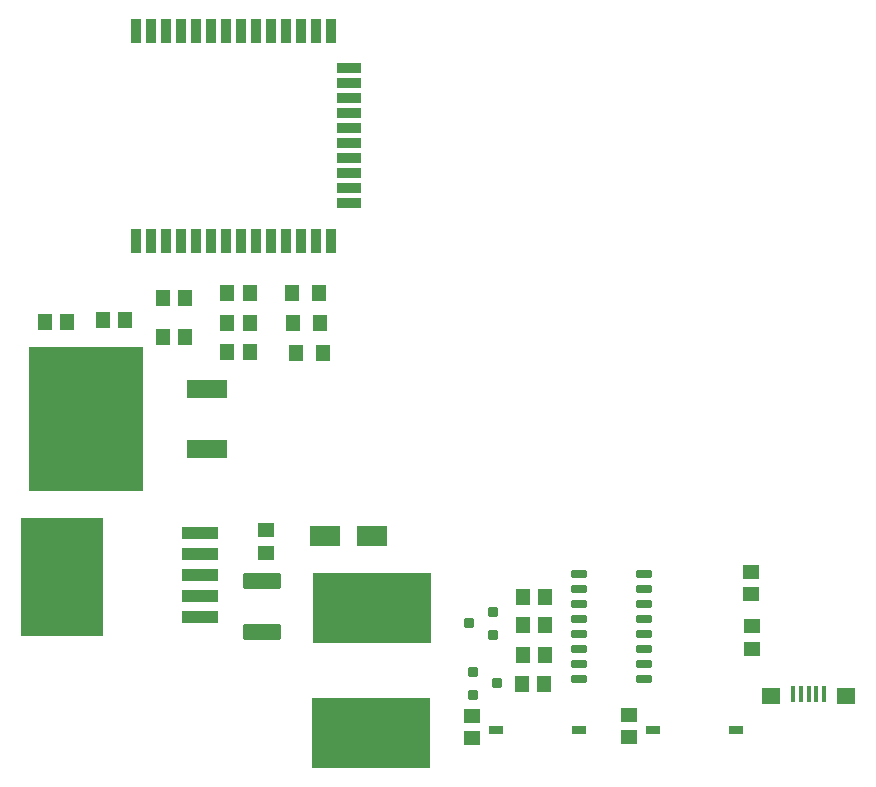
<source format=gbr>
%TF.GenerationSoftware,Altium Limited,Altium Designer,21.3.2 (30)*%
G04 Layer_Color=8421504*
%FSLAX24Y24*%
%MOIN*%
%TF.SameCoordinates,A906CF50-EBD2-4515-BF13-6977FA7C699A*%
%TF.FilePolarity,Positive*%
%TF.FileFunction,Paste,Top*%
%TF.Part,Single*%
G01*
G75*
%TA.AperFunction,SMDPad,CuDef*%
%ADD10R,0.0472X0.0551*%
G04:AMPARAMS|DCode=11|XSize=35.4mil|YSize=31.5mil|CornerRadius=3.9mil|HoleSize=0mil|Usage=FLASHONLY|Rotation=180.000|XOffset=0mil|YOffset=0mil|HoleType=Round|Shape=RoundedRectangle|*
%AMROUNDEDRECTD11*
21,1,0.0354,0.0236,0,0,180.0*
21,1,0.0276,0.0315,0,0,180.0*
1,1,0.0079,-0.0138,0.0118*
1,1,0.0079,0.0138,0.0118*
1,1,0.0079,0.0138,-0.0118*
1,1,0.0079,-0.0138,-0.0118*
%
%ADD11ROUNDEDRECTD11*%
%ADD12R,0.0472X0.0315*%
%ADD13R,0.0551X0.0472*%
G04:AMPARAMS|DCode=14|XSize=51.6mil|YSize=24.4mil|CornerRadius=3.1mil|HoleSize=0mil|Usage=FLASHONLY|Rotation=180.000|XOffset=0mil|YOffset=0mil|HoleType=Round|Shape=RoundedRectangle|*
%AMROUNDEDRECTD14*
21,1,0.0516,0.0183,0,0,180.0*
21,1,0.0455,0.0244,0,0,180.0*
1,1,0.0061,-0.0227,0.0092*
1,1,0.0061,0.0227,0.0092*
1,1,0.0061,0.0227,-0.0092*
1,1,0.0061,-0.0227,-0.0092*
%
%ADD14ROUNDEDRECTD14*%
%ADD15R,0.0500X0.0550*%
%ADD16R,0.0354X0.0787*%
%ADD17R,0.0787X0.0354*%
%ADD19R,0.0157X0.0531*%
%ADD20R,0.0630X0.0551*%
%ADD21R,0.1378X0.0630*%
%ADD22R,0.3839X0.4803*%
%TA.AperFunction,ConnectorPad*%
%ADD23R,0.1200X0.0394*%
%ADD24R,0.2756X0.3937*%
%TA.AperFunction,SMDPad,CuDef*%
%ADD25R,0.3937X0.2362*%
%ADD26R,0.0984X0.0669*%
G04:AMPARAMS|DCode=27|XSize=52.8mil|YSize=129.5mil|CornerRadius=6.6mil|HoleSize=0mil|Usage=FLASHONLY|Rotation=270.000|XOffset=0mil|YOffset=0mil|HoleType=Round|Shape=RoundedRectangle|*
%AMROUNDEDRECTD27*
21,1,0.0528,0.1163,0,0,270.0*
21,1,0.0396,0.1295,0,0,270.0*
1,1,0.0132,-0.0582,-0.0198*
1,1,0.0132,-0.0582,0.0198*
1,1,0.0132,0.0582,0.0198*
1,1,0.0132,0.0582,-0.0198*
%
%ADD27ROUNDEDRECTD27*%
D10*
X27500Y29700D02*
D03*
X26752D02*
D03*
X27476Y27726D02*
D03*
X26728D02*
D03*
X26748Y30624D02*
D03*
X27497D02*
D03*
X27500Y28700D02*
D03*
X26752D02*
D03*
X16902Y38800D02*
D03*
X17650D02*
D03*
X15500Y39300D02*
D03*
X14752D02*
D03*
X11576Y39799D02*
D03*
X10828D02*
D03*
X15500Y40600D02*
D03*
X14752D02*
D03*
X12750Y39850D02*
D03*
X13498D02*
D03*
X16902Y39750D02*
D03*
X17650D02*
D03*
X16902Y40750D02*
D03*
X17650D02*
D03*
D11*
X24956Y29750D02*
D03*
X25744Y30124D02*
D03*
Y29376D02*
D03*
X25894Y27750D02*
D03*
X25106Y27376D02*
D03*
Y28124D02*
D03*
D12*
X28628Y26200D02*
D03*
X25872D02*
D03*
X31094D02*
D03*
X33850D02*
D03*
D13*
X25049Y26672D02*
D03*
Y25924D02*
D03*
X30300Y26698D02*
D03*
Y25950D02*
D03*
X34400Y29648D02*
D03*
Y28900D02*
D03*
X34349Y31472D02*
D03*
Y30724D02*
D03*
X18200Y32850D02*
D03*
Y32102D02*
D03*
D14*
X28617Y27900D02*
D03*
Y28400D02*
D03*
X30783Y31400D02*
D03*
X28617Y30900D02*
D03*
X30783D02*
D03*
Y29900D02*
D03*
X28617Y31400D02*
D03*
X30783Y30400D02*
D03*
X28617D02*
D03*
Y29900D02*
D03*
Y28900D02*
D03*
X30783Y29400D02*
D03*
Y28900D02*
D03*
Y27900D02*
D03*
X28617Y29400D02*
D03*
X30783Y28400D02*
D03*
D15*
X19200Y38750D02*
D03*
X20100D02*
D03*
X19100Y39750D02*
D03*
X20000D02*
D03*
X19050Y40750D02*
D03*
X19950D02*
D03*
D16*
X13859Y42494D02*
D03*
X14359D02*
D03*
X14859D02*
D03*
X15359D02*
D03*
X15859D02*
D03*
X16359D02*
D03*
X16859D02*
D03*
X17359D02*
D03*
X17859D02*
D03*
X18359D02*
D03*
X18859D02*
D03*
X19363D02*
D03*
X19859D02*
D03*
X20359D02*
D03*
Y49502D02*
D03*
X13859D02*
D03*
X14359D02*
D03*
X14859D02*
D03*
X15359D02*
D03*
X15859D02*
D03*
X16359D02*
D03*
X16859D02*
D03*
X17359D02*
D03*
X17859D02*
D03*
X18359D02*
D03*
X18859D02*
D03*
X19359D02*
D03*
X19859D02*
D03*
D17*
X20950Y43750D02*
D03*
Y44250D02*
D03*
Y44750D02*
D03*
Y45250D02*
D03*
Y45750D02*
D03*
Y46250D02*
D03*
Y46750D02*
D03*
Y47250D02*
D03*
Y47750D02*
D03*
Y48250D02*
D03*
D19*
X35766Y27403D02*
D03*
X36022D02*
D03*
X36278D02*
D03*
X36533D02*
D03*
X36789D02*
D03*
D20*
X35018Y27315D02*
D03*
X37537D02*
D03*
D21*
X16238Y35550D02*
D03*
Y37550D02*
D03*
D22*
X12193Y36550D02*
D03*
D23*
X16000Y29950D02*
D03*
Y30650D02*
D03*
Y31350D02*
D03*
Y32050D02*
D03*
Y32750D02*
D03*
D24*
X11400Y31300D02*
D03*
D25*
X21739Y30273D02*
D03*
X21700Y26100D02*
D03*
D26*
X20163Y32650D02*
D03*
X21737D02*
D03*
D27*
X18050Y29454D02*
D03*
Y31146D02*
D03*
%TF.MD5,d655f9e93b4f0b533aef98011e203372*%
M02*

</source>
